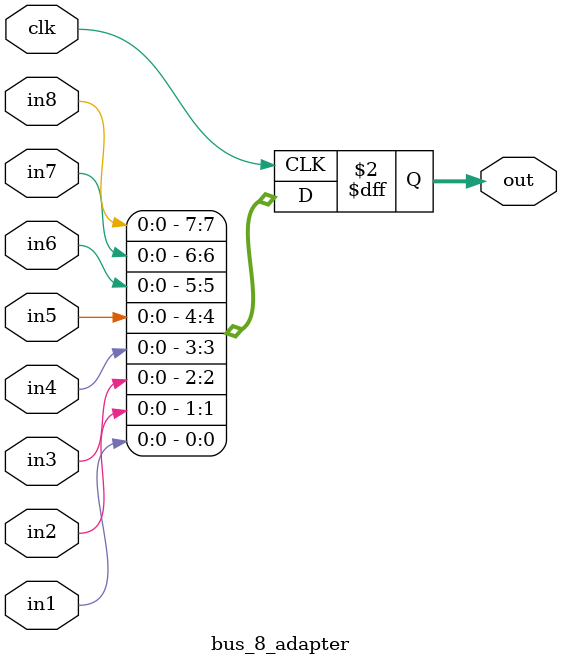
<source format=v>
module bus_8_adapter(in1, in2, in3, in4, in5, in6, in7, in8, clk, out);

	input in1, in2, in3, in4, in5, in6, in7, in8, clk;
	output [7:0] out;
	reg [7:0] out;
	
	always @(posedge clk) begin
		out[0] = in1;
		out[1] = in2;
		out[2] = in3;
		out[3] = in4;
		out[4] = in5;
		out[5] = in6;
		out[6] = in7;
		out[7] = in8;
	end
endmodule

</source>
